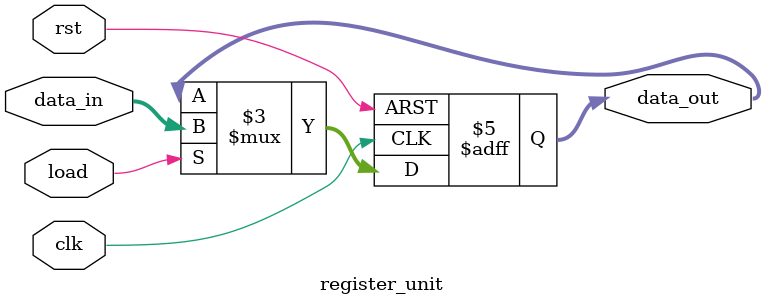
<source format=v>
module register_unit(data_out,data_in,load,clk,rst);
parameter word_size=16;
output [word_size-1:0] data_out;
input [word_size-1:0] data_in;
input load,clk,rst;
reg data_out;

always@(posedge clk or negedge rst)
if(rst==0)
data_out <= 0;
else if(load)
data_out <= data_in;
endmodule


</source>
